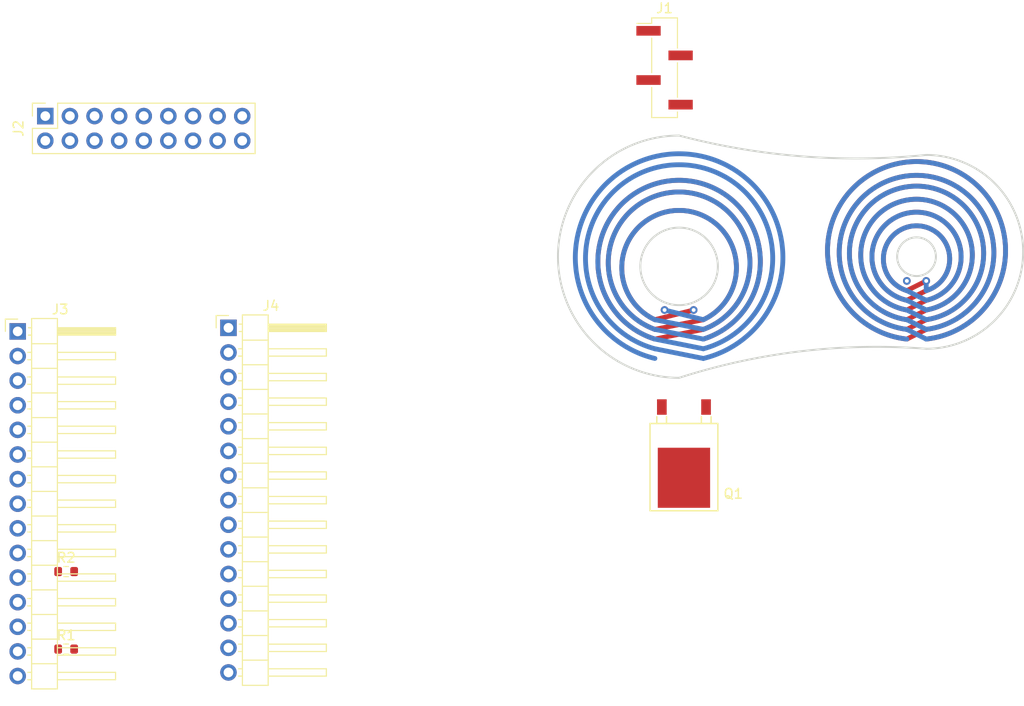
<source format=kicad_pcb>
(kicad_pcb (version 20211014) (generator pcbnew)
  (layers (0 "F.Cu" signal) (1 "In1.Cu" signal) (2 "In2.Cu" signal) (31 "B.Cu" signal) (34 "B.Paste" user) (35 "F.Paste" user) (36 "B.SilkS" user "B.Silkscreen") (37 "F.SilkS" user "F.Silkscreen") (38 "B.Mask" user) (39 "F.Mask" user) (44 "Edge.Cuts" user))
  (net 0 "")
  (net 1 "12v")
  (net 2 "5v")
  (net 3 "3.3v")
  (net 4 "GND")
  (net 5 "Net-(BT1-Pad1)")
  (net 6 "SCL")
  (net 7 "SDA")
  (net 8 "V")
  (net 9 "H")
  (net 10 "P")
  (net 11 "X")
  (net 12 "D7")
  (net 13 "D6")
  (net 14 "D5")
  (net 15 "D4")
  (net 16 "D3")
  (net 17 "D2")
  (net 18 "D1")
  (net 19 "D0")
  (net 20 "RST")
  (net 21 "PWDN")
  (footprint "Connector_PinHeader_2.54mm:PinHeader_1x15_P2.54mm_Horizontal" (layer "F.Cu") (at 67.25 92.21)
    (fp_text reference "J3" (at 4.385 -2.27) (layer "F.SilkS"))
    (fp_text value "header15")
    (fp_line (start 10.1 18.16) (end 4.1 18.16) (layer "F.SilkS") (width 0.12))
    (fp_line (start 4.1 2.16) (end 10.1 2.16) (layer "F.SilkS") (width 0.12))
    (fp_line (start 4.1 -0.32) (end 10.1 -0.32) (layer "F.SilkS") (width 0.12))
    (fp_line (start 10.1 30.1) (end 10.1 30.86) (layer "F.SilkS") (width 0.12))
    (fp_line (start 1.44 26.67) (end 4.1 26.67) (layer "F.SilkS") (width 0.12))
    (fp_line (start 10.1 5.46) (end 4.1 5.46) (layer "F.SilkS") (width 0.12))
    (fp_line (start 1.042929 10.54) (end 1.44 10.54) (layer "F.SilkS") (width 0.12))
    (fp_line (start 1.44 19.05) (end 4.1 19.05) (layer "F.SilkS") (width 0.12))
    (fp_line (start 1.11 0.38) (end 1.44 0.38) (layer "F.SilkS") (width 0.12))
    (fp_line (start 1.042929 2.16) (end 1.44 2.16) (layer "F.SilkS") (width 0.12))
    (fp_line (start -1.27 0) (end -1.27 -1.27) (layer "F.SilkS") (width 0.12))
    (fp_line (start 1.042929 25.02) (end 1.44 25.02) (layer "F.SilkS") (width 0.12))
    (fp_line (start 10.1 33.4) (end 4.1 33.4) (layer "F.SilkS") (width 0.12))
    (fp_line (start 1.44 34.29) (end 4.1 34.29) (layer "F.SilkS") (width 0.12))
    (fp_line (start 4.1 22.48) (end 10.1 22.48) (layer "F.SilkS") (width 0.12))
    (fp_line (start 10.1 20.7) (end 4.1 20.7) (layer "F.SilkS") (width 0.12))
    (fp_line (start 10.1 22.48) (end 10.1 23.24) (layer "F.SilkS") (width 0.12))
    (fp_line (start 1.44 6.35) (end 4.1 6.35) (layer "F.SilkS") (width 0.12))
    (fp_line (start 10.1 30.86) (end 4.1 30.86) (layer "F.SilkS") (width 0.12))
    (fp_line (start 1.44 -1.33) (end 1.44 36.89) (layer "F.SilkS") (width 0.12))
    (fp_line (start 4.1 -0.2) (end 10.1 -0.2) (layer "F.SilkS") (width 0.12))
    (fp_line (start 10.1 8) (end 4.1 8) (layer "F.SilkS") (width 0.12))
    (fp_line (start 1.042929 30.86) (end 1.44 30.86) (layer "F.SilkS") (width 0.12))
    (fp_line (start 1.44 36.89) (end 4.1 36.89) (layer "F.SilkS") (width 0.12))
    (fp_line (start 10.1 9.78) (end 10.1 10.54) (layer "F.SilkS") (width 0.12))
    (fp_line (start 1.44 1.27) (end 4.1 1.27) (layer "F.SilkS") (width 0.12))
    (fp_line (start 10.1 25.78) (end 4.1 25.78) (layer "F.SilkS") (width 0.12))
    (fp_line (start 1.44 13.97) (end 4.1 13.97) (layer "F.SilkS") (width 0.12))
    (fp_line (start 10.1 32.64) (end 10.1 33.4) (layer "F.SilkS") (width 0.12))
    (fp_line (start 10.1 0.38) (end 4.1 0.38) (layer "F.SilkS") (width 0.12))
    (fp_line (start 1.44 21.59) (end 4.1 21.59) (layer "F.SilkS") (width 0.12))
    (fp_line (start 4.1 32.64) (end 10.1 32.64) (layer "F.SilkS") (width 0.12))
    (fp_line (start 1.042929 27.56) (end 1.44 27.56) (layer "F.SilkS") (width 0.12))
    (fp_line (start 1.042929 23.24) (end 1.44 23.24) (layer "F.SilkS") (width 0.12))
    (fp_line (start 1.042929 2.92) (end 1.44 2.92) (layer "F.SilkS") (width 0.12))
    (fp_line (start 10.1 14.86) (end 10.1 15.62) (layer "F.SilkS") (width 0.12))
    (fp_line (start 4.1 9.78) (end 10.1 9.78) (layer "F.SilkS") (width 0.12))
    (fp_line (start 10.1 27.56) (end 10.1 28.32) (layer "F.SilkS") (width 0.12))
    (fp_line (start 10.1 35.94) (end 4.1 35.94) (layer "F.SilkS") (width 0.12))
    (fp_line (start 1.042929 18.16) (end 1.44 18.16) (layer "F.SilkS") (width 0.12))
    (fp_line (start 1.042929 32.64) (end 1.44 32.64) (layer "F.SilkS") (width 0.12))
    (fp_line (start 1.11 -0.38) (end 1.44 -0.38) (layer "F.SilkS") (width 0.12))
    (fp_line (start 10.1 12.32) (end 10.1 13.08) (layer "F.SilkS") (width 0.12))
    (fp_line (start 1.042929 4.7) (end 1.44 4.7) (layer "F.SilkS") (width 0.12))
    (fp_line (start 10.1 7.24) (end 10.1 8) (layer "F.SilkS") (width 0.12))
    (fp_line (start 4.1 7.24) (end 10.1 7.24) (layer "F.SilkS") (width 0.12))
    (fp_line (start 10.1 2.16) (end 10.1 2.92) (layer "F.SilkS") (width 0.12))
    (fp_line (start 10.1 2.92) (end 4.1 2.92) (layer "F.SilkS") (width 0.12))
    (fp_line (start 4.1 0.16) (end 10.1 0.16) (layer "F.SilkS") (width 0.12))
    (fp_line (start 10.1 4.7) (end 10.1 5.46) (layer "F.SilkS") (width 0.12))
    (fp_line (start 1.44 24.13) (end 4.1 24.13) (layer "F.SilkS") (width 0.12))
    (fp_line (start 10.1 35.18) (end 10.1 35.94) (layer "F.SilkS") (width 0.12))
    (fp_line (start -1.27 -1.27) (end 0 -1.27) (layer "F.SilkS") (width 0.12))
    (fp_line (start 1.44 29.21) (end 4.1 29.21) (layer "F.SilkS") (width 0.12))
    (fp_line (start 4.1 30.1) (end 10.1 30.1) (layer "F.SilkS") (width 0.12))
    (fp_line (start 1.042929 5.46) (end 1.44 5.46) (layer "F.SilkS") (width 0.12))
    (fp_line (start 1.042929 7.24) (end 1.44 7.24) (layer "F.SilkS") (width 0.12))
    (fp_line (start 4.1 -0.38) (end 10.1 -0.38) (layer "F.SilkS") (width 0.12))
    (fp_line (start 4.1 -0.08) (end 10.1 -0.08) (layer "F.SilkS") (width 0.12))
    (fp_line (start 10.1 17.4) (end 10.1 18.16) (layer "F.SilkS") (width 0.12))
    (fp_line (start 1.042929 22.48) (end 1.44 22.48) (layer "F.SilkS") (width 0.12))
    (fp_line (start 4.1 -1.33) (end 1.44 -1.33) (layer "F.SilkS") (width 0.12))
    (fp_line (start 1.042929 13.08) (end 1.44 13.08) (layer "F.SilkS") (width 0.12))
    (fp_line (start 10.1 23.24) (end 4.1 23.24) (layer "F.SilkS") (width 0.12))
    (fp_line (start 10.1 -0.38) (end 10.1 0.38) (layer "F.SilkS") (width 0.12))
    (fp_line (start 1.042929 35.94) (end 1.44 35.94) (layer "F.SilkS") (width 0.12))
    (fp_line (start 4.1 36.89) (end 4.1 -1.33) (layer "F.SilkS") (width 0.12))
    (fp_line (start 4.1 17.4) (end 10.1 17.4) (layer "F.SilkS") (width 0.12))
    (fp_line (start 1.44 16.51) (end 4.1 16.51) (layer "F.SilkS") (width 0.12))
    (fp_line (start 1.44 3.81) (end 4.1 3.81) (layer "F.SilkS") (width 0.12))
    (fp_line (start 10.1 15.62) (end 4.1 15.62) (layer "F.SilkS") (width 0.12))
    (fp_line (start 4.1 12.32) (end 10.1 12.32) (layer "F.SilkS") (width 0.12))
    (fp_line (start 4.1 27.56) (end 10.1 27.56) (layer "F.SilkS") (width 0.12))
    (fp_line (start 1.042929 19.94) (end 1.44 19.94) (layer "F.SilkS") (width 0.12))
    (fp_line (start 1.44 31.75) (end 4.1 31.75) (layer "F.SilkS") (width 0.12))
    (fp_line (start 1.042929 28.32) (end 1.44 28.32) (layer "F.SilkS") (width 0.12))
    (fp_line (start 1.042929 33.4) (end 1.44 33.4) (layer "F.SilkS") (width 0.12))
    (fp_line (start 4.1 0.28) (end 10.1 0.28) (layer "F.SilkS") (width 0.12))
    (fp_line (start 1.042929 35.18) (end 1.44 35.18) (layer "F.SilkS") (width 0.12))
    (fp_line (start 1.042929 25.78) (end 1.44 25.78) (layer "F.SilkS") (width 0.12))
    (fp_line (start 1.44 8.89) (end 4.1 8.89) (layer "F.SilkS") (width 0.12))
    (fp_line (start 4.1 25.02) (end 10.1 25.02) (layer "F.SilkS") (width 0.12))
    (fp_line (start 4.1 4.7) (end 10.1 4.7) (layer "F.SilkS") (width 0.12))
    (fp_line (start 10.1 19.94) (end 10.1 20.7) (layer "F.SilkS") (width 0.12))
    (fp_line (start 1.44 11.43) (end 4.1 11.43) (layer "F.SilkS") (width 0.12))
    (fp_line (start 4.1 35.18) (end 10.1 35.18) (layer "F.SilkS") (width 0.12))
    (fp_line (start 1.042929 9.78) (end 1.44 9.78) (layer "F.SilkS") (width 0.12))
    (fp_line (start 1.042929 30.1) (end 1.44 30.1) (layer "F.SilkS") (width 0.12))
    (fp_line (start 4.1 0.04) (end 10.1 0.04) (layer "F.SilkS") (width 0.12))
    (fp_line (start 10.1 28.32) (end 4.1 28.32) (layer "F.SilkS") (width 0.12))
    (fp_line (start 10.1 13.08) (end 4.1 13.08) (layer "F.SilkS") (width 0.12))
    (fp_line (start 1.042929 8) (end 1.44 8) (layer "F.SilkS") (width 0.12))
    (fp_line (start 4.1 14.86) (end 10.1 14.86) (layer "F.SilkS") (width 0.12))
    (fp_line (start 4.1 19.94) (end 10.1 19.94) (layer "F.SilkS") (width 0.12))
    (fp_line (start 1.042929 17.4) (end 1.44 17.4) (layer "F.SilkS") (width 0.12))
    (fp_line (start 1.042929 15.62) (end 1.44 15.62) (layer "F.SilkS") (width 0.12))
    (fp_line (start 10.1 10.54) (end 4.1 10.54) (layer "F.SilkS") (width 0.12))
    (fp_line (start 1.042929 14.86) (end 1.44 14.86) (layer "F.SilkS") (width 0.12))
    (fp_line (start 10.1 25.02) (end 10.1 25.78) (layer "F.SilkS") (width 0.12))
    (fp_line (start 1.042929 12.32) (end 1.44 12.32) (layer "F.SilkS") (width 0.12))
    (fp_line (start 1.042929 20.7) (end 1.44 20.7) (layer "F.SilkS") (width 0.12))
    (pad "1" thru_hole rect (at 0 0) (size 1.7 1.7) (drill 1) (layers *.Cu *.Mask) (net 3 "3.3v"))
    (pad "2" thru_hole oval (at 0 2.54) (size 1.7 1.7) (drill 1) (layers *.Cu *.Mask) (net 4 "GND"))
    (pad "3" thru_hole oval (at 0 5.08) (size 1.7 1.7) (drill 1) (layers *.Cu *.Mask) (net 16 "D3"))
    (pad "4" thru_hole oval (at 0 7.62) (size 1.7 1.7) (drill 1) (layers *.Cu *.Mask))
    (pad "5" thru_hole oval (at 0 10.16) (size 1.7 1.7) (drill 1) (layers *.Cu *.Mask) (net 12 "D7"))
    (pad "6" thru_hole oval (at 0 12.7) (size 1.7 1.7) (drill 1) (layers *.Cu *.Mask) (net 17 "D2"))
    (pad "7" thru_hole oval (at 0 15.24) (size 1.7 1.7) (drill 1) (layers *.Cu *.Mask) (net 18 "D1"))
    (pad "8" thru_hole oval (at 0 17.78) (size 1.7 1.7) (drill 1) (layers *.Cu *.Mask))
    (pad "9" thru_hole oval (at 0 20.32) (size 1.7 1.7) (drill 1) (layers *.Cu *.Mask))
    (pad "10" thru_hole oval (at 0 22.86) (size 1.7 1.7) (drill 1) (layers *.Cu *.Mask))
    (pad "11" thru_hole oval (at 0 25.4) (size 1.7 1.7) (drill 1) (layers *.Cu *.Mask) (net 7 "SDA"))
    (pad "12" thru_hole oval (at 0 27.94) (size 1.7 1.7) (drill 1) (layers *.Cu *.Mask))
    (pad "13" thru_hole oval (at 0 30.48) (size 1.7 1.7) (drill 1) (layers *.Cu *.Mask))
    (pad "14" thru_hole oval (at 0 33.02) (size 1.7 1.7) (drill 1) (layers *.Cu *.Mask) (net 6 "SCL"))
    (pad "15" thru_hole oval (at 0 35.56) (size 1.7 1.7) (drill 1) (layers *.Cu *.Mask))
  )
  (footprint "Resistor_SMD:R_0603_1608Metric" (layer "F.Cu") (at 72.25 116.99)
    (fp_text reference "R2" (at 0 -1.43) (layer "F.SilkS"))
    (fp_text value "4k7")
    (fp_line (start -0.237258 -0.5225) (end 0.237258 -0.5225) (layer "F.SilkS") (width 0.12))
    (fp_line (start -0.237258 0.5225) (end 0.237258 0.5225) (layer "F.SilkS") (width 0.12))
    (pad "1" smd roundrect (at -0.825 0) (size 0.8 0.95) (layers "F.Cu" "F.Paste" "F.Mask") (net 7 "SDA"))
    (pad "2" smd roundrect (at 0.825 0) (size 0.8 0.95) (layers "F.Cu" "F.Paste" "F.Mask") (net 3 "3.3v"))
  )
  (footprint "Connector_PinHeader_2.54mm:PinHeader_1x15_P2.54mm_Horizontal" (layer "F.Cu") (at 89 91.84)
    (fp_text reference "J4" (at 4.385 -2.27) (layer "F.SilkS"))
    (fp_text value "header15")
    (fp_line (start 4.1 22.48) (end 10.1 22.48) (layer "F.SilkS") (width 0.12))
    (fp_line (start 1.44 19.05) (end 4.1 19.05) (layer "F.SilkS") (width 0.12))
    (fp_line (start 1.44 11.43) (end 4.1 11.43) (layer "F.SilkS") (width 0.12))
    (fp_line (start 10.1 25.02) (end 10.1 25.78) (layer "F.SilkS") (width 0.12))
    (fp_line (start 1.042929 20.7) (end 1.44 20.7) (layer "F.SilkS") (width 0.12))
    (fp_line (start 10.1 27.56) (end 10.1 28.32) (layer "F.SilkS") (width 0.12))
    (fp_line (start 1.44 16.51) (end 4.1 16.51) (layer "F.SilkS") (width 0.12))
    (fp_line (start 1.44 21.59) (end 4.1 21.59) (layer "F.SilkS") (width 0.12))
    (fp_line (start 4.1 30.1) (end 10.1 30.1) (layer "F.SilkS") (width 0.12))
    (fp_line (start 1.042929 25.02) (end 1.44 25.02) (layer "F.SilkS") (width 0.12))
    (fp_line (start 1.44 26.67) (end 4.1 26.67) (layer "F.SilkS") (width 0.12))
    (fp_line (start 10.1 30.1) (end 10.1 30.86) (layer "F.SilkS") (width 0.12))
    (fp_line (start 10.1 17.4) (end 10.1 18.16) (layer "F.SilkS") (width 0.12))
    (fp_line (start 4.1 19.94) (end 10.1 19.94) (layer "F.SilkS") (width 0.12))
    (fp_line (start 1.44 3.81) (end 4.1 3.81) (layer "F.SilkS") (width 0.12))
    (fp_line (start 1.042929 23.24) (end 1.44 23.24) (layer "F.SilkS") (width 0.12))
    (fp_line (start 1.44 24.13) (end 4.1 24.13) (layer "F.SilkS") (width 0.12))
    (fp_line (start 4.1 -1.33) (end 1.44 -1.33) (layer "F.SilkS") (width 0.12))
    (fp_line (start 1.44 36.89) (end 4.1 36.89) (layer "F.SilkS") (width 0.12))
    (fp_line (start 10.1 13.08) (end 4.1 13.08) (layer "F.SilkS") (width 0.12))
    (fp_line (start 1.042929 17.4) (end 1.44 17.4) (layer "F.SilkS") (width 0.12))
    (fp_line (start 1.44 1.27) (end 4.1 1.27) (layer "F.SilkS") (width 0.12))
    (fp_line (start 4.1 32.64) (end 10.1 32.64) (layer "F.SilkS") (width 0.12))
    (fp_line (start 10.1 -0.38) (end 10.1 0.38) (layer "F.SilkS") (width 0.12))
    (fp_line (start 1.042929 5.46) (end 1.44 5.46) (layer "F.SilkS") (width 0.12))
    (fp_line (start 1.042929 35.94) (end 1.44 35.94) (layer "F.SilkS") (width 0.12))
    (fp_line (start 10.1 7.24) (end 10.1 8) (layer "F.SilkS") (width 0.12))
    (fp_line (start 1.042929 7.24) (end 1.44 7.24) (layer "F.SilkS") (width 0.12))
    (fp_line (start 1.11 -0.38) (end 1.44 -0.38) (layer "F.SilkS") (width 0.12))
    (fp_line (start 4.1 25.02) (end 10.1 25.02) (layer "F.SilkS") (width 0.12))
    (fp_line (start 1.042929 35.18) (end 1.44 35.18) (layer "F.SilkS") (width 0.12))
    (fp_line (start 1.042929 13.08) (end 1.44 13.08) (layer "F.SilkS") (width 0.12))
    (fp_line (start 1.042929 27.56) (end 1.44 27.56) (layer "F.SilkS") (width 0.12))
    (fp_line (start 10.1 2.92) (end 4.1 2.92) (layer "F.SilkS") (width 0.12))
    (fp_line (start 1.11 0.38) (end 1.44 0.38) (layer "F.SilkS") (width 0.12))
    (fp_line (start 10.1 5.46) (end 4.1 5.46) (layer "F.SilkS") (width 0.12))
    (fp_line (start 1.042929 30.1) (end 1.44 30.1) (layer "F.SilkS") (width 0.12))
    (fp_line (start 10.1 9.78) (end 10.1 10.54) (layer "F.SilkS") (width 0.12))
    (fp_line (start 4.1 2.16) (end 10.1 2.16) (layer "F.SilkS") (width 0.12))
    (fp_line (start 10.1 4.7) (end 10.1 5.46) (layer "F.SilkS") (width 0.12))
    (fp_line (start 10.1 28.32) (end 4.1 28.32) (layer "F.SilkS") (width 0.12))
    (fp_line (start 4.1 -0.32) (end 10.1 -0.32) (layer "F.SilkS") (width 0.12))
    (fp_line (start 10.1 20.7) (end 4.1 20.7) (layer "F.SilkS") (width 0.12))
    (fp_line (start 1.44 13.97) (end 4.1 13.97) (layer "F.SilkS") (width 0.12))
    (fp_line (start 4.1 4.7) (end 10.1 4.7) (layer "F.SilkS") (width 0.12))
    (fp_line (start 1.042929 14.86) (end 1.44 14.86) (layer "F.SilkS") (width 0.12))
    (fp_line (start 10.1 15.62) (end 4.1 15.62) (layer "F.SilkS") (width 0.12))
    (fp_line (start 1.042929 19.94) (end 1.44 19.94) (layer "F.SilkS") (width 0.12))
    (fp_line (start 10.1 12.32) (end 10.1 13.08) (layer "F.SilkS") (width 0.12))
    (fp_line (start 1.44 8.89) (end 4.1 8.89) (layer "F.SilkS") (width 0.12))
    (fp_line (start 4.1 -0.08) (end 10.1 -0.08) (layer "F.SilkS") (width 0.12))
    (fp_line (start 10.1 19.94) (end 10.1 20.7) (layer "F.SilkS") (width 0.12))
    (fp_line (start 10.1 32.64) (end 10.1 33.4) (layer "F.SilkS") (width 0.12))
    (fp_line (start 1.042929 28.32) (end 1.44 28.32) (layer "F.SilkS") (width 0.12))
    (fp_line (start 10.1 2.16) (end 10.1 2.92) (layer "F.SilkS") (width 0.12))
    (fp_line (start 10.1 0.38) (end 4.1 0.38) (layer "F.SilkS") (width 0.12))
    (fp_line (start 1.44 31.75) (end 4.1 31.75) (layer "F.SilkS") (width 0.12))
    (fp_line (start 1.44 29.21) (end 4.1 29.21) (layer "F.SilkS") (width 0.12))
    (fp_line (start 1.042929 8) (end 1.44 8) (layer "F.SilkS") (width 0.12))
    (fp_line (start 1.042929 12.32) (end 1.44 12.32) (layer "F.SilkS") (width 0.12))
    (fp_line (start 4.1 9.78) (end 10.1 9.78) (layer "F.SilkS") (width 0.12))
    (fp_line (start 10.1 10.54) (end 4.1 10.54) (layer "F.SilkS") (width 0.12))
    (fp_line (start 1.042929 22.48) (end 1.44 22.48) (layer "F.SilkS") (width 0.12))
    (fp_line (start 1.44 6.35) (end 4.1 6.35) (layer "F.SilkS") (width 0.12))
    (fp_line (start 1.042929 33.4) (end 1.44 33.4) (layer "F.SilkS") (width 0.12))
    (fp_line (start 4.1 27.56) (end 10.1 27.56) (layer "F.SilkS") (width 0.12))
    (fp_line (start 1.042929 10.54) (end 1.44 10.54) (layer "F.SilkS") (width 0.12))
    (fp_line (start 1.042929 18.16) (end 1.44 18.16) (layer "F.SilkS") (width 0.12))
    (fp_line (start 1.042929 15.62) (end 1.44 15.62) (layer "F.SilkS") (width 0.12))
    (fp_line (start 4.1 -0.2) (end 10.1 -0.2) (layer "F.SilkS") (width 0.12))
    (fp_line (start 1.44 34.29) (end 4.1 34.29) (layer "F.SilkS") (width 0.12))
    (fp_line (start 1.042929 9.78) (end 1.44 9.78) (layer "F.SilkS") (width 0.12))
    (fp_line (start 10.1 8) (end 4.1 8) (layer "F.SilkS") (width 0.12))
    (fp_line (start 1.042929 32.64) (end 1.44 32.64) (layer "F.SilkS") (width 0.12))
    (fp_line (start 1.042929 25.78) (end 1.44 25.78) (layer "F.SilkS") (width 0.12))
    (fp_line (start 4.1 0.04) (end 10.1 0.04) (layer "F.SilkS") (width 0.12))
    (fp_line (start -1.27 0) (end -1.27 -1.27) (layer "F.SilkS") (width 0.12))
    (fp_line (start 10.1 18.16) (end 4.1 18.16) (layer "F.SilkS") (width 0.12))
    (fp_line (start 10.1 33.4) (end 4.1 33.4) (layer "F.SilkS") (width 0.12))
    (fp_line (start 1.042929 2.92) (end 1.44 2.92) (layer "F.SilkS") (width 0.12))
    (fp_line (start -1.27 -1.27) (end 0 -1.27) (layer "F.SilkS") (width 0.12))
    (fp_line (start 4.1 -0.38) (end 10.1 -0.38) (layer "F.SilkS") (width 0.12))
    (fp_line (start 1.44 -1.33) (end 1.44 36.89) (layer "F.SilkS") (width 0.12))
    (fp_line (start 4.1 36.89) (end 4.1 -1.33) (layer "F.SilkS") (width 0.12))
    (fp_line (start 1.042929 30.86) (end 1.44 30.86) (layer "F.SilkS") (width 0.12))
    (fp_line (start 4.1 14.86) (end 10.1 14.86) (layer "F.SilkS") (width 0.12))
    (fp_line (start 4.1 0.28) (end 10.1 0.28) (layer "F.SilkS") (width 0.12))
    (fp_line (start 10.1 23.24) (end 4.1 23.24) (layer "F.SilkS") (width 0.12))
    (fp_line (start 10.1 25.78) (end 4.1 25.78) (layer "F.SilkS") (width 0.12))
    (fp_line (start 10.1 35.94) (end 4.1 35.94) (layer "F.SilkS") (width 0.12))
    (fp_line (start 4.1 12.32) (end 10.1 12.32) (layer "F.SilkS") (width 0.12))
    (fp_line (start 10.1 22.48) (end 10.1 23.24) (layer "F.SilkS") (width 0.12))
    (fp_line (start 1.042929 4.7) (end 1.44 4.7) (layer "F.SilkS") (width 0.12))
    (fp_line (start 4.1 35.18) (end 10.1 35.18) (layer "F.SilkS") (width 0.12))
    (fp_line (start 1.042929 2.16) (end 1.44 2.16) (layer "F.SilkS") (width 0.12))
    (fp_line (start 4.1 0.16) (end 10.1 0.16) (layer "F.SilkS") (width 0.12))
    (fp_line (start 10.1 14.86) (end 10.1 15.62) (layer "F.SilkS") (width 0.12))
    (fp_line (start 10.1 30.86) (end 4.1 30.86) (layer "F.SilkS") (width 0.12))
    (fp_line (start 4.1 7.24) (end 10.1 7.24) (layer "F.SilkS") (width 0.12))
    (fp_line (start 10.1 35.18) (end 10.1 35.94) (layer "F.SilkS") (width 0.12))
    (fp_line (start 4.1 17.4) (end 10.1 17.4) (layer "F.SilkS") (width 0.12))
    (pad "1" thru_hole rect (at 0 0) (size 1.7 1.7) (drill 1) (layers *.Cu *.Mask))
    (pad "2" thru_hole oval (at 0 2.54) (size 1.7 1.7) (drill 1) (layers *.Cu *.Mask) (net 4 "GND"))
    (pad "3" thru_hole oval (at 0 5.08) (size 1.7 1.7) (drill 1) (layers *.Cu *.Mask) (net 14 "D5"))
    (pad "4" thru_hole oval (at 0 7.62) (size 1.7 1.7) (drill 1) (layers *.Cu *.Mask) (net 13 "D6"))
    (pad "5" thru_hole oval (at 0 10.16) (size 1.7 1.7) (drill 1) (layers *.Cu *.Mask) (net 15 "D4"))
    (pad "6" thru_hole oval (at 0 12.7) (size 1.7 1.7) (drill 1) (layers *.Cu *.Mask) (net 19 "D0"))
    (pad "7" thru_hole oval (at 0 15.24) (size 1.7 1.7) (drill 1) (layers *.Cu *.Mask))
    (pad "8" thru_hole oval (at 0 17.78) (size 1.7 1.7) (drill 1) (layers *.Cu *.Mask))
    (pad "9" thru_hole oval (at 0 20.32) (size 1.7 1.7) (drill 1) (layers *.Cu *.Mask) (net 10 "P"))
    (pad "10" thru_hole oval (at 0 22.86) (size 1.7 1.7) (drill 1) (layers *.Cu *.Mask) (net 11 "X"))
    (pad "11" thru_hole oval (at 0 25.4) (size 1.7 1.7) (drill 1) (layers *.Cu *.Mask) (net 9 "H"))
    (pad "12" thru_hole oval (at 0 27.94) (size 1.7 1.7) (drill 1) (layers *.Cu *.Mask) (net 8 "V"))
    (pad "13" thru_hole oval (at 0 30.48) (size 1.7 1.7) (drill 1) (layers *.Cu *.Mask))
    (pad "14" thru_hole oval (at 0 33.02) (size 1.7 1.7) (drill 1) (layers *.Cu *.Mask))
    (pad "15" thru_hole oval (at 0 35.56) (size 1.7 1.7) (drill 1) (layers *.Cu *.Mask) (net 20 "RST"))
  )
  (footprint "Resistor_SMD:R_0603_1608Metric" (layer "F.Cu") (at 72.25 124.99)
    (fp_text reference "R1" (at 0 -1.43) (layer "F.SilkS"))
    (fp_text value "4k7")
    (fp_line (start -0.237258 -0.5225) (end 0.237258 -0.5225) (layer "F.SilkS") (width 0.12))
    (fp_line (start -0.237258 0.5225) (end 0.237258 0.5225) (layer "F.SilkS") (width 0.12))
    (pad "1" smd roundrect (at -0.825 0) (size 0.8 0.95) (layers "F.Cu" "F.Paste" "F.Mask") (net 6 "SCL"))
    (pad "2" smd roundrect (at 0.825 0) (size 0.8 0.95) (layers "F.Cu" "F.Paste" "F.Mask") (net 3 "3.3v"))
  )
  (footprint "ESP32-footprints-Lib:Dpak" (layer "F.Cu") (at 136 107.3125 180)
    (fp_text reference "Q1" (at -5.09 -1.645) (layer "F.SilkS"))
    (fp_text value "Q_NPN_BCE" hide)
    (fp_line (start -3.5 5.6) (end -3.5 -3.4) (layer "F.SilkS") (width 0.15))
    (fp_line (start 1.8 6.3) (end 1.8 5.6) (layer "F.SilkS") (width 0.15))
    (fp_line (start -1.8 5.6) (end -1.8 6.3) (layer "F.SilkS") (width 0.15))
    (fp_line (start -3.5 -3.4) (end 3.5 -3.4) (layer "F.SilkS") (width 0.15))
    (fp_line (start 3.5 -3.4) (end 3.5 5.6) (layer "F.SilkS") (width 0.15))
    (fp_line (start 2.8 6.3) (end 2.8 5.6) (layer "F.SilkS") (width 0.15))
    (fp_line (start -2.8 5.6) (end -2.8 6.3) (layer "F.SilkS") (width 0.15))
    (fp_line (start 3.5 5.6) (end -3.5 5.6) (layer "F.SilkS") (width 0.15))
    (pad "1" smd rect locked (at -2.28 7.3 180) (size 1 1.6) (layers "F.Cu" "F.Paste" "F.Mask") (net 3 "3.3v"))
    (pad "3" smd rect locked (at 2.28 7.3 180) (size 1 1.6) (layers "F.Cu" "F.Paste" "F.Mask") (net 5 "Net-(BT1-Pad1)"))
    (pad "4" smd rect locked (at 0 0 180) (size 5.4 6.2) (layers "F.Cu" "F.Paste" "F.Mask"))
  )
  (footprint "Connector_PinHeader_2.54mm:PinHeader_1x04_P2.54mm_Vertical_SMD_Pin1Left" (layer "F.Cu") (at 134 65)
    (property "Reference" "J?")
    (property "Value" "GPIOs")
    (fp_text reference "J1" (at 0 -6.14) (layer "F.SilkS"))
    (fp_text value "GPIOs")
    (fp_line (start 1.33 -5.14) (end 1.33 -2.03) (layer "F.SilkS") (width 0.12))
    (fp_line (start -1.33 5.14) (end 1.33 5.14) (layer "F.SilkS") (width 0.12))
    (fp_line (start -1.33 -5.14) (end 1.33 -5.14) (layer "F.SilkS") (width 0.12))
    (fp_line (start -1.33 -4.57) (end -2.85 -4.57) (layer "F.SilkS") (width 0.12))
    (fp_line (start 1.33 -0.51) (end 1.33 3.05) (layer "F.SilkS") (width 0.12))
    (fp_line (start -1.33 -3.05) (end -1.33 0.51) (layer "F.SilkS") (width 0.12))
    (fp_line (start -1.33 -5.14) (end -1.33 -4.57) (layer "F.SilkS") (width 0.12))
    (fp_line (start 1.33 4.57) (end 1.33 5.14) (layer "F.SilkS") (width 0.12))
    (fp_line (start -1.33 2.03) (end -1.33 5.14) (layer "F.SilkS") (width 0.12))
    (pad "1" smd rect (at -1.655 -3.81) (size 2.51 1) (layers "F.Cu" "F.Paste" "F.Mask") (net 1 "12v"))
    (pad "2" smd rect (at 1.655 -1.27) (size 2.51 1) (layers "F.Cu" "F.Paste" "F.Mask") (net 2 "5v"))
    (pad "3" smd rect (at -1.655 1.27) (size 2.51 1) (layers "F.Cu" "F.Paste" "F.Mask") (net 3 "3.3v"))
    (pad "4" smd rect (at 1.655 3.81) (size 2.51 1) (layers "F.Cu" "F.Paste" "F.Mask") (net 4 "GND"))
  )
  (footprint "Connector_PinSocket_2.54mm:PinSocket_2x09_P2.54mm_Vertical" (layer "F.Cu") (at 70.1 69.99 90)
    (fp_text reference "J2" (at -1.27 -2.77 90) (layer "F.SilkS"))
    (fp_text value "HDMI")
    (fp_line (start 1.33 -1.33) (end 1.33 0) (layer "F.SilkS") (width 0.12))
    (fp_line (start -1.27 -1.33) (end -1.27 1.27) (layer "F.SilkS") (width 0.12))
    (fp_line (start -3.87 -1.33) (end -1.27 -1.33) (layer "F.SilkS") (width 0.12))
    (fp_line (start 0 -1.33) (end 1.33 -1.33) (layer "F.SilkS") (width 0.12))
    (fp_line (start -3.87 -1.33) (end -3.87 21.65) (layer "F.SilkS") (width 0.12))
    (fp_line (start 1.33 1.27) (end 1.33 21.65) (layer "F.SilkS") (width 0.12))
    (fp_line (start -1.27 1.27) (end 1.33 1.27) (layer "F.SilkS") (width 0.12))
    (fp_line (start -3.87 21.65) (end 1.33 21.65) (layer "F.SilkS") (width 0.12))
    (pad "1" thru_hole rect (at 0 0 90) (size 1.7 1.7) (drill 1) (layers *.Cu *.Mask) (net 3 "3.3v"))
    (pad "2" thru_hole oval (at -2.54 0 90) (size 1.7 1.7) (drill 1) (layers *.Cu *.Mask) (net 4 "GND"))
    (pad "3" thru_hole oval (at 0 2.54 90) (size 1.7 1.7) (drill 1) (layers *.Cu *.Mask) (net 6 "SCL"))
    (pad "4" thru_hole oval (at -2.54 2.54 90) (size 1.7 1.7) (drill 1) (layers *.Cu *.Mask) (net 7 "SDA"))
    (pad "5" thru_hole oval (at 0 5.08 90) (size 1.7 1.7) (drill 1) (layers *.Cu *.Mask) (net 8 "V"))
    (pad "6" thru_hole oval (at -2.54 5.08 90) (size 1.7 1.7) (drill 1) (layers *.Cu *.Mask) (net 9 "H"))
    (pad "7" thru_hole oval (at 0 7.62 90) (size 1.7 1.7) (drill 1) (layers *.Cu *.Mask) (net 10 "P"))
    (pad "8" thru_hole oval (at -2.54 7.62 90) (size 1.7 1.7) (drill 1) (layers *.Cu *.Mask) (net 11 "X"))
    (pad "9" thru_hole oval (at 0 10.16 90) (size 1.7 1.7) (drill 1) (layers *.Cu *.Mask) (net 12 "D7"))
    (pad "10" thru_hole oval (at -2.54 10.16 90) (size 1.7 1.7) (drill 1) (layers *.Cu *.Mask) (net 13 "D6"))
    (pad "11" thru_hole oval (at 0 12.7 90) (size 1.7 1.7) (drill 1) (layers *.Cu *.Mask) (net 14 "D5"))
    (pad "12" thru_hole oval (at -2.54 12.7 90) (size 1.7 1.7) (drill 1) (layers *.Cu *.Mask) (net 15 "D4"))
    (pad "13" thru_hole oval (at 0 15.24 90) (size 1.7 1.7) (drill 1) (layers *.Cu *.Mask) (net 16 "D3"))
    (pad "14" thru_hole oval (at -2.54 15.24 90) (size 1.7 1.7) (drill 1) (layers *.Cu *.Mask) (net 17 "D2"))
    (pad "15" thru_hole oval (at 0 17.78 90) (size 1.7 1.7) (drill 1) (layers *.Cu *.Mask) (net 18 "D1"))
    (pad "16" thru_hole oval (at -2.54 17.78 90) (size 1.7 1.7) (drill 1) (layers *.Cu *.Mask) (net 19 "D0"))
    (pad "17" thru_hole oval (at 0 20.32 90) (size 1.7 1.7) (drill 1) (layers *.Cu *.Mask) (net 20 "RST"))
    (pad "18" thru_hole oval (at -2.54 20.32 90) (size 1.7 1.7) (drill 1) (layers *.Cu *.Mask) (net 21 "PWDN"))
  )
  (gr_line (start 133 93) (end 138 92) (layer "F.Cu") (width 0.5))
  (gr_line (start 161 87) (end 159 88) (layer "F.Cu") (width 0.5))
  (gr_arc (start 159 88) (mid 160 81.308843) (end 161 88) (layer "F.Cu") (width 0.5))
  (gr_arc (start 159 93) (mid 160 74.683534) (end 161 93) (layer "F.Cu") (width 0.5))
  (gr_arc (start 159 92) (mid 160 76.105455) (end 161 92) (layer "F.Cu") (width 0.5))
  (gr_arc (start 159 91) (mid 160 77.21794) (end 161 91) (layer "F.Cu") (width 0.5))
  (gr_line (start 159 93) (end 161 92) (layer "F.Cu") (width 0.5))
  (gr_arc (start 133 93) (mid 135.5 76.614615) (end 138 93) (layer "F.Cu") (width 0.5))
  (gr_arc (start 159 90) (mid 160 78.569947) (end 161 90) (layer "F.Cu") (width 0.5))
  (gr_line (start 159 90) (end 161 89) (layer "F.Cu") (width 0.5))
  (gr_line (start 133 91) (end 137 90) (layer "F.Cu") (width 0.5))
  (gr_arc (start 133 91) (mid 135.5 79.723229) (end 138 91) (layer "F.Cu") (width 0.5))
  (gr_arc (start 159 89) (mid 160 79.905735) (end 161 89) (layer "F.Cu") (width 0.5))
  (gr_line (start 159 92) (end 161 91) (layer "F.Cu") (width 0.5))
  (gr_line (start 159 91) (end 161 90) (layer "F.Cu") (width 0.5))
  (gr_line (start 133 92) (end 138 91) (layer "F.Cu") (width 0.5))
  (gr_arc (start 133 92) (mid 135.5 77.821795) (end 138 92) (layer "F.Cu") (width 0.5))
  (gr_line (start 159 89) (end 161 88) (layer "F.Cu") (width 0.5))
  (gr_arc (start 159 88) (mid 160 81.308843) (end 161 88) (layer "B.Cu") (width 0.5))
  (gr_line (start 133 92) (end 138 93) (layer "B.Cu") (width 0.5))
  (gr_arc (start 133 94) (mid 135.5 75.010615) (end 138 94) (layer "B.Cu") (width 0.5))
  (gr_line (start 159 91) (end 161 92) (layer "B.Cu") (width 0.5))
  (gr_arc (start 159 91) (mid 160 77.21794) (end 161 91) (layer "B.Cu") (width 0.5))
  (gr_arc (start 133 91) (mid 135.5 79.723229) (end 138 91) (layer "B.Cu") (width 0.5))
  (gr_arc (start 159 89) (mid 160 79.905735) (end 161 89) (layer "B.Cu") (width 0.5))
  (gr_line (start 159 92) (end 161 93) (layer "B.Cu") (width 0.5))
  (gr_line (start 133 93) (end 138 94) (layer "B.Cu") (width 0.5))
  (gr_arc (start 133 95) (mid 135.5 73.877607) (end 138 95) (layer "B.Cu") (width 0.5))
  (gr_arc (start 133 92) (mid 135.5 77.821795) (end 138 92) (layer "B.Cu") (width 0.5))
  (gr_line (start 159 89) (end 161 90) (layer "B.Cu") (width 0.5))
  (gr_line (start 159 88) (end 161 89) (layer "B.Cu") (width 0.5))
  (gr_line (start 161 88) (end 161 87) (layer "B.Cu") (width 0.5))
  (gr_arc (start 133 93) (mid 135.5 76.614615) (end 138 93) (layer "B.Cu") (width 0.5))
  (gr_line (start 134 90) (end 138 91) (layer "B.Cu") (width 0.5))
  (gr_line (start 133 94) (end 138 95) (layer "B.Cu") (width 0.5))
  (gr_arc (start 159 92) (mid 160 76.105455) (end 161 92) (layer "B.Cu") (width 0.5))
  (gr_arc (start 159 93) (mid 160 74.683534) (end 161 93) (layer "B.Cu") (width 0.5))
  (gr_arc (start 159 90) (mid 160 78.569947) (end 161 90) (layer "B.Cu") (width 0.5))
  (gr_line (start 133 91) (end 138 92) (layer "B.Cu") (width 0.5))
  (gr_line (start 159 90) (end 161 91) (layer "B.Cu") (width 0.5))
  (gr_circle (center 135.5 85.5) (end 139.5 85.5) (layer "Edge.Cuts") (width 0.2) (fill none))
  (gr_arc (start 135.5 97) (mid 123 84.5) (end 135.5 72) (layer "Edge.Cuts") (width 0.2))
  (gr_arc (start 135.5 97) (mid 148.103635 94.255893) (end 161 94) (layer "Edge.Cuts") (width 0.2))
  (gr_circle (center 160 84.5) (end 162 84.5) (layer "Edge.Cuts") (width 0.2) (fill none))
  (gr_arc (start 161 74) (mid 148.160355 74.142979) (end 135.5 72) (layer "Edge.Cuts") (width 0.2))
  (gr_arc (start 161 74) (mid 171 84) (end 161 94) (layer "Edge.Cuts") (width 0.2))
  (via (at 159 87) (size 0.8) (drill 0.4) (layers "F.Cu" "B.Cu") (net 0))
  (via (at 134 90) (size 0.8) (drill 0.4) (layers "F.Cu" "B.Cu") (net 0))
  (via (at 137 90) (size 0.8) (drill 0.4) (layers "F.Cu" "B.Cu") (net 0))
  (via (at 161 87) (size 0.8) (drill 0.4) (layers "F.Cu" "B.Cu") (net 0))
)
</source>
